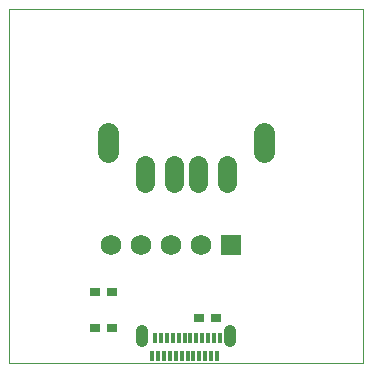
<source format=gts>
G75*
%MOIN*%
%OFA0B0*%
%FSLAX25Y25*%
%IPPOS*%
%LPD*%
%AMOC8*
5,1,8,0,0,1.08239X$1,22.5*
%
%ADD10C,0.00000*%
%ADD11R,0.01575X0.03543*%
%ADD12C,0.03943*%
%ADD13C,0.06306*%
%ADD14C,0.06857*%
%ADD15R,0.06900X0.06900*%
%ADD16C,0.06900*%
%ADD17R,0.03550X0.03156*%
D10*
X0032280Y0051256D02*
X0032280Y0169366D01*
X0150390Y0169366D01*
X0150390Y0051256D01*
X0032280Y0051256D01*
D11*
X0080016Y0053618D03*
X0081985Y0053618D03*
X0083953Y0053618D03*
X0085922Y0053618D03*
X0087890Y0053618D03*
X0089859Y0053618D03*
X0091827Y0053618D03*
X0093796Y0053618D03*
X0095764Y0053618D03*
X0097733Y0053618D03*
X0099701Y0053618D03*
X0101670Y0053618D03*
X0102654Y0059524D03*
X0100686Y0059524D03*
X0098717Y0059524D03*
X0096749Y0059524D03*
X0094780Y0059524D03*
X0092812Y0059524D03*
X0090843Y0059524D03*
X0088875Y0059524D03*
X0086906Y0059524D03*
X0084938Y0059524D03*
X0082969Y0059524D03*
X0081001Y0059524D03*
D12*
X0076768Y0058539D02*
X0076768Y0062083D01*
X0105902Y0062083D02*
X0105902Y0058539D01*
D13*
X0105115Y0111295D02*
X0105115Y0117201D01*
X0095272Y0117201D02*
X0095272Y0111295D01*
X0087398Y0111295D02*
X0087398Y0117201D01*
X0077556Y0117201D02*
X0077556Y0111295D01*
D14*
X0065469Y0121650D02*
X0065469Y0128106D01*
X0117201Y0128106D02*
X0117201Y0121650D01*
D15*
X0106296Y0090626D03*
D16*
X0096296Y0090626D03*
X0086296Y0090626D03*
X0076296Y0090626D03*
X0066296Y0090626D03*
D17*
X0066532Y0074878D03*
X0061020Y0074878D03*
X0061020Y0063067D03*
X0066532Y0063067D03*
X0095666Y0066217D03*
X0101178Y0066217D03*
M02*

</source>
